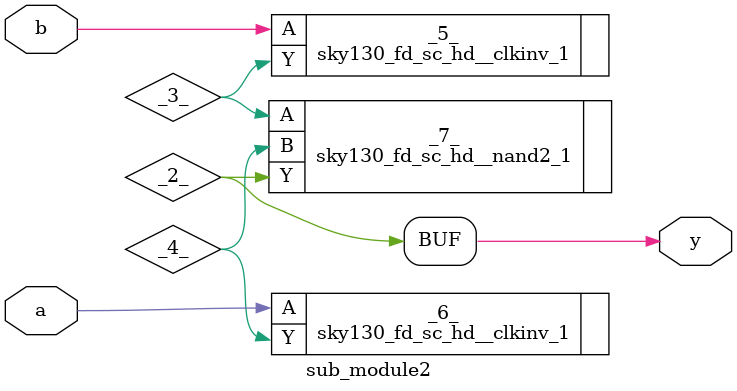
<source format=v>
module multiple_modules(a, b, c, y);
  input a;
  input b;
  input c;
  wire net1;
  output y;
  sub_module1 u1 (
    .a(a),
    .b(b),
    .y(net1)
  );
  sub_module2 u2 (
    .a(net1),
    .b(c),
    .y(y)
  );
endmodule

module sub_module1(a, b, y);
  wire _0_;
  wire _1_;
  wire _2_;
  input a;
  input b;
  output y;
  sky130_fd_sc_hd__and2_2 _3_ (
    .A(_0_),
    .B(_1_),
    .X(_2_)
  );
  assign _0_ = b;
  assign _1_ = a;
  assign y = _2_;
endmodule

module sub_module2(a, b, y);
  wire _0_;
  wire _1_;
  wire _2_;
  wire _3_;
  wire _4_;
  input a;
  input b;
  output y;
  sky130_fd_sc_hd__clkinv_1 _5_ (
    .A(_0_),
    .Y(_3_)
  );
  sky130_fd_sc_hd__clkinv_1 _6_ (
    .A(_1_),
    .Y(_4_)
  );
  sky130_fd_sc_hd__nand2_1 _7_ (
    .A(_3_),
    .B(_4_),
    .Y(_2_)
  );
  assign _0_ = b;
  assign _1_ = a;
  assign y = _2_;
endmodule

</source>
